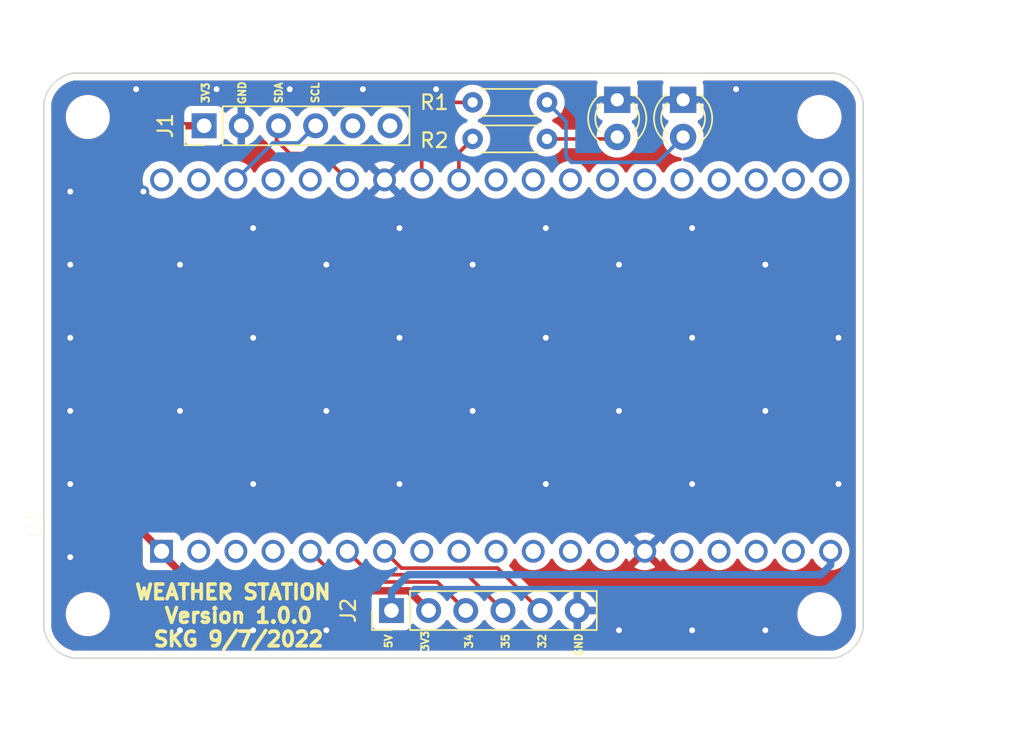
<source format=kicad_pcb>
(kicad_pcb (version 20211014) (generator pcbnew)
  (title_block (comment 4 "AISLER Project ID: EUZIEWJN"))
  (layers (0 "F.Cu" signal) (31 "B.Cu" signal) (34 "B.Paste" user) (35 "F.Paste" user) (36 "B.SilkS" user "B.Silkscreen") (37 "F.SilkS" user "F.Silkscreen") (38 "B.Mask" user) (39 "F.Mask" user) (44 "Edge.Cuts" user))
  (net 0 "")
  (net 1 "GND")
  (net 2 "Net-(D1-Pad2)")
  (net 3 "Net-(D2-Pad2)")
  (net 4 "+3.3V")
  (net 5 "/I2C_SDA")
  (net 6 "/I2C_SCL")
  (net 9 "+5V")
  (net 10 "/EXT_GPIO_34")
  (net 11 "/EXT_GPIO_35")
  (net 12 "/EXT_GPIO_32")
  (net 13 "/GREEN_LED")
  (net 14 "/RED_LED")
  (footprint "MountingHole:MountingHole_2mm" (layer "F.Cu") (at -29 -17)
    (fp_text reference "H2" hide)
    (fp_text value "MountingHole" hide)
    (pad "" np_thru_hole circle (at 0 0) (size 2 2) (drill 2) (layers *.Cu *.Mask))
  )
  (footprint "Connector_PinHeader_2.54mm:PinHeader_1x06_P2.54mm_Vertical" (layer "F.Cu") (at -8.25 16.75 90)
    (fp_text reference "J2" (at 0 -2.95 90) (layer "F.SilkS"))
    (fp_text value "Conn_01x06_Female" hide)
    (fp_line (start -1.33 1.27) (end 1.33 1.27) (layer "F.SilkS") (width 0.12))
    (fp_line (start 1.33 1.27) (end 1.33 14.03) (layer "F.SilkS") (width 0.12))
    (fp_line (start -1.33 14.03) (end 1.33 14.03) (layer "F.SilkS") (width 0.12))
    (fp_line (start -1.33 1.27) (end -1.33 14.03) (layer "F.SilkS") (width 0.12))
    (fp_line (start -1.33 0) (end -1.33 -1.33) (layer "F.SilkS") (width 0.12))
    (fp_line (start -1.33 -1.33) (end 0 -1.33) (layer "F.SilkS") (width 0.12))
    (pad "1" thru_hole rect (at 0 0 90) (size 1.7 1.7) (drill 1) (layers *.Cu *.Mask) (net 9 "+5V"))
    (pad "2" thru_hole oval (at 0 2.54 90) (size 1.7 1.7) (drill 1) (layers *.Cu *.Mask) (net 4 "+3.3V"))
    (pad "3" thru_hole oval (at 0 5.08 90) (size 1.7 1.7) (drill 1) (layers *.Cu *.Mask) (net 10 "/EXT_GPIO_34"))
    (pad "4" thru_hole oval (at 0 7.62 90) (size 1.7 1.7) (drill 1) (layers *.Cu *.Mask) (net 11 "/EXT_GPIO_35"))
    (pad "5" thru_hole oval (at 0 10.16 90) (size 1.7 1.7) (drill 1) (layers *.Cu *.Mask) (net 12 "/EXT_GPIO_32"))
    (pad "6" thru_hole oval (at 0 12.7 90) (size 1.7 1.7) (drill 1) (layers *.Cu *.Mask) (net 1 "GND"))
  )
  (footprint "MountingHole:MountingHole_2mm" (layer "F.Cu") (at -29 17)
    (fp_text reference "H3" hide)
    (fp_text value "MountingHole" hide)
    (pad "" np_thru_hole circle (at 0 0) (size 2 2) (drill 2) (layers *.Cu *.Mask))
  )
  (footprint "MountingHole:MountingHole_2mm" (layer "F.Cu") (at 21 -17)
    (fp_text reference "H4" hide)
    (fp_text value "MountingHole" hide)
    (pad "" np_thru_hole circle (at 0 0) (size 2 2) (drill 2) (layers *.Cu *.Mask))
  )
  (footprint "ESP32_DEV_KIT:MODULE_ESP32-DEVKITC-32D" (layer "F.Cu") (at -4.2 0 90)
    (fp_text reference "U1" (at -10.829175 -28.446045 90) (layer "F.SilkS") (effects (font (size 1.000386 1.000386) (thickness 0.015))))
    (fp_text value "ESP32-DEVKITC-32D" hide)
    (pad "1" thru_hole rect (at -12.7 -19.76 90) (size 1.56 1.56) (drill 1.04) (layers *.Cu *.Mask) (net 4 "+3.3V"))
    (pad "2" thru_hole circle (at -12.7 -17.22 90) (size 1.56 1.56) (drill 1.04) (layers *.Cu *.Mask))
    (pad "3" thru_hole circle (at -12.7 -14.68 90) (size 1.56 1.56) (drill 1.04) (layers *.Cu *.Mask))
    (pad "4" thru_hole circle (at -12.7 -12.14 90) (size 1.56 1.56) (drill 1.04) (layers *.Cu *.Mask))
    (pad "5" thru_hole circle (at -12.7 -9.6 90) (size 1.56 1.56) (drill 1.04) (layers *.Cu *.Mask) (net 10 "/EXT_GPIO_34"))
    (pad "6" thru_hole circle (at -12.7 -7.06 90) (size 1.56 1.56) (drill 1.04) (layers *.Cu *.Mask) (net 11 "/EXT_GPIO_35"))
    (pad "7" thru_hole circle (at -12.7 -4.52 90) (size 1.56 1.56) (drill 1.04) (layers *.Cu *.Mask) (net 12 "/EXT_GPIO_32"))
    (pad "8" thru_hole circle (at -12.7 -1.98 90) (size 1.56 1.56) (drill 1.04) (layers *.Cu *.Mask))
    (pad "9" thru_hole circle (at -12.7 0.56 90) (size 1.56 1.56) (drill 1.04) (layers *.Cu *.Mask))
    (pad "10" thru_hole circle (at -12.7 3.1 90) (size 1.56 1.56) (drill 1.04) (layers *.Cu *.Mask))
    (pad "11" thru_hole circle (at -12.7 5.64 90) (size 1.56 1.56) (drill 1.04) (layers *.Cu *.Mask))
    (pad "12" thru_hole circle (at -12.7 8.18 90) (size 1.56 1.56) (drill 1.04) (layers *.Cu *.Mask))
    (pad "13" thru_hole circle (at -12.7 10.72 90) (size 1.56 1.56) (drill 1.04) (layers *.Cu *.Mask))
    (pad "14" thru_hole circle (at -12.7 13.26 90) (size 1.56 1.56) (drill 1.04) (layers *.Cu *.Mask) (net 1 "GND"))
    (pad "15" thru_hole circle (at -12.7 15.8 90) (size 1.56 1.56) (drill 1.04) (layers *.Cu *.Mask))
    (pad "16" thru_hole circle (at -12.7 18.34 90) (size 1.56 1.56) (drill 1.04) (layers *.Cu *.Mask))
    (pad "17" thru_hole circle (at -12.7 20.88 90) (size 1.56 1.56) (drill 1.04) (layers *.Cu *.Mask))
    (pad "18" thru_hole circle (at -12.7 23.42 90) (size 1.56 1.56) (drill 1.04) (layers *.Cu *.Mask))
    (pad "19" thru_hole circle (at -12.7 25.96 90) (size 1.56 1.56) (drill 1.04) (layers *.Cu *.Mask) (net 9 "+5V"))
    (pad "20" thru_hole circle (at 12.7 -19.76 90) (size 1.56 1.56) (drill 1.04) (layers *.Cu *.Mask))
    (pad "21" thru_hole circle (at 12.7 -17.22 90) (size 1.56 1.56) (drill 1.04) (layers *.Cu *.Mask))
    (pad "22" thru_hole circle (at 12.7 -14.68 90) (size 1.56 1.56) (drill 1.04) (layers *.Cu *.Mask) (net 6 "/I2C_SCL"))
    (pad "23" thru_hole circle (at 12.7 -12.14 90) (size 1.56 1.56) (drill 1.04) (layers *.Cu *.Mask))
    (pad "24" thru_hole circle (at 12.7 -9.6 90) (size 1.56 1.56) (drill 1.04) (layers *.Cu *.Mask))
    (pad "25" thru_hole circle (at 12.7 -7.06 90) (size 1.56 1.56) (drill 1.04) (layers *.Cu *.Mask) (net 5 "/I2C_SDA"))
    (pad "26" thru_hole circle (at 12.7 -4.52 90) (size 1.56 1.56) (drill 1.04) (layers *.Cu *.Mask) (net 1 "GND"))
    (pad "27" thru_hole circle (at 12.7 -1.98 90) (size 1.56 1.56) (drill 1.04) (layers *.Cu *.Mask) (net 13 "/GREEN_LED"))
    (pad "28" thru_hole circle (at 12.7 0.56 90) (size 1.56 1.56) (drill 1.04) (layers *.Cu *.Mask) (net 14 "/RED_LED"))
    (pad "29" thru_hole circle (at 12.7 3.1 90) (size 1.56 1.56) (drill 1.04) (layers *.Cu *.Mask))
    (pad "30" thru_hole circle (at 12.7 5.64 90) (size 1.56 1.56) (drill 1.04) (layers *.Cu *.Mask))
    (pad "31" thru_hole circle (at 12.7 8.18 90) (size 1.56 1.56) (drill 1.04) (layers *.Cu *.Mask))
    (pad "32" thru_hole circle (at 12.7 10.72 90) (size 1.56 1.56) (drill 1.04) (layers *.Cu *.Mask))
    (pad "33" thru_hole circle (at 12.7 13.26 90) (size 1.56 1.56) (drill 1.04) (layers *.Cu *.Mask))
    (pad "34" thru_hole circle (at 12.7 15.8 90) (size 1.56 1.56) (drill 1.04) (layers *.Cu *.Mask))
    (pad "35" thru_hole circle (at 12.7 18.34 90) (size 1.56 1.56) (drill 1.04) (layers *.Cu *.Mask))
    (pad "36" thru_hole circle (at 12.7 20.88 90) (size 1.56 1.56) (drill 1.04) (layers *.Cu *.Mask))
    (pad "37" thru_hole circle (at 12.7 23.42 90) (size 1.56 1.56) (drill 1.04) (layers *.Cu *.Mask))
    (pad "38" thru_hole circle (at 12.7 25.96 90) (size 1.56 1.56) (drill 1.04) (layers *.Cu *.Mask))
  )
  (footprint "MountingHole:MountingHole_2mm" (layer "F.Cu") (at 21 17)
    (fp_text reference "H1" hide)
    (fp_text value "MountingHole" hide)
    (pad "" np_thru_hole circle (at 0 0) (size 2 2) (drill 2) (layers *.Cu *.Mask))
  )
  (footprint "Resistor_THT:R_Axial_DIN0204_L3.6mm_D1.6mm_P5.08mm_Horizontal" (layer "F.Cu") (at 2.38 -15.5 180)
    (fp_text reference "R2" (at 7.7 -0.1 180) (layer "F.SilkS"))
    (fp_text value "R" hide)
    (fp_line (start 0.62 -0.92) (end 4.46 -0.92) (layer "F.SilkS") (width 0.12))
    (fp_line (start 0.62 0.92) (end 4.46 0.92) (layer "F.SilkS") (width 0.12))
    (pad "1" thru_hole circle (at 0 0 180) (size 1.4 1.4) (drill 0.7) (layers *.Cu *.Mask) (net 3 "Net-(D2-Pad2)"))
    (pad "2" thru_hole oval (at 5.08 0 180) (size 1.4 1.4) (drill 0.7) (layers *.Cu *.Mask) (net 14 "/RED_LED"))
  )
  (footprint "LED_THT:LED_D3.0mm" (layer "F.Cu") (at 11.68 -18.175 -90)
    (fp_text reference "D1" hide)
    (fp_text value "LED" hide)
    (fp_line (start -0.29 1.08) (end -0.29 1.236) (layer "F.SilkS") (width 0.12))
    (fp_line (start -0.29 -1.236) (end -0.29 -1.08) (layer "F.SilkS") (width 0.12))
    (fp_arc (start 2.31113 1.079837) (mid 1.270117 1.5) (end 0.229039 1.08) (layer "F.SilkS") (width 0.12))
    (fp_arc (start 2.942335 1.078608) (mid 1.366487 1.987659) (end -0.29 1.235516) (layer "F.SilkS") (width 0.12))
    (fp_arc (start 0.229039 -1.08) (mid 1.270117 -1.5) (end 2.31113 -1.079837) (layer "F.SilkS") (width 0.12))
    (fp_arc (start -0.29 -1.235516) (mid 1.366487 -1.987659) (end 2.942335 -1.078608) (layer "F.SilkS") (width 0.12))
    (pad "1" thru_hole rect (at 0 0 270) (size 1.8 1.8) (drill 0.9) (layers *.Cu *.Mask) (net 1 "GND"))
    (pad "2" thru_hole circle (at 2.54 0 270) (size 1.8 1.8) (drill 0.9) (layers *.Cu *.Mask) (net 2 "Net-(D1-Pad2)"))
  )
  (footprint "Connector_PinHeader_2.54mm:PinHeader_1x06_P2.54mm_Vertical" (layer "F.Cu") (at -21.05 -16.4 90)
    (fp_text reference "J1" (at 0 -2.65 90) (layer "F.SilkS"))
    (fp_text value "Conn_01x06_Female" hide)
    (fp_line (start -1.33 14.03) (end 1.33 14.03) (layer "F.SilkS") (width 0.12))
    (fp_line (start -1.33 1.27) (end -1.33 14.03) (layer "F.SilkS") (width 0.12))
    (fp_line (start 1.33 1.27) (end 1.33 14.03) (layer "F.SilkS") (width 0.12))
    (fp_line (start -1.33 -1.33) (end 0 -1.33) (layer "F.SilkS") (width 0.12))
    (fp_line (start -1.33 0) (end -1.33 -1.33) (layer "F.SilkS") (width 0.12))
    (fp_line (start -1.33 1.27) (end 1.33 1.27) (layer "F.SilkS") (width 0.12))
    (pad "1" thru_hole rect (at 0 0 90) (size 1.7 1.7) (drill 1) (layers *.Cu *.Mask) (net 4 "+3.3V"))
    (pad "2" thru_hole oval (at 0 2.54 90) (size 1.7 1.7) (drill 1) (layers *.Cu *.Mask) (net 1 "GND"))
    (pad "3" thru_hole oval (at 0 5.08 90) (size 1.7 1.7) (drill 1) (layers *.Cu *.Mask) (net 5 "/I2C_SDA"))
    (pad "4" thru_hole oval (at 0 7.62 90) (size 1.7 1.7) (drill 1) (layers *.Cu *.Mask) (net 6 "/I2C_SCL"))
    (pad "5" thru_hole oval (at 0 10.16 90) (size 1.7 1.7) (drill 1) (layers *.Cu *.Mask))
    (pad "6" thru_hole oval (at 0 12.7 90) (size 1.7 1.7) (drill 1) (layers *.Cu *.Mask))
  )
  (footprint "Resistor_THT:R_Axial_DIN0204_L3.6mm_D1.6mm_P5.08mm_Horizontal" (layer "F.Cu") (at -2.7 -18)
    (fp_text reference "R1" (at -2.62 0) (layer "F.SilkS"))
    (fp_text value "R" hide)
    (fp_line (start 0.62 0.92) (end 4.46 0.92) (layer "F.SilkS") (width 0.12))
    (fp_line (start 0.62 -0.92) (end 4.46 -0.92) (layer "F.SilkS") (width 0.12))
    (pad "1" thru_hole circle (at 0 0) (size 1.4 1.4) (drill 0.7) (layers *.Cu *.Mask) (net 13 "/GREEN_LED"))
    (pad "2" thru_hole oval (at 5.08 0) (size 1.4 1.4) (drill 0.7) (layers *.Cu *.Mask) (net 2 "Net-(D1-Pad2)"))
  )
  (footprint "LED_THT:LED_D3.0mm" (layer "F.Cu") (at 7.18 -18.175 -90)
    (fp_text reference "D2" hide)
    (fp_text value "LED" hide)
    (fp_line (start -0.29 -1.236) (end -0.29 -1.08) (layer "F.SilkS") (width 0.12))
    (fp_line (start -0.29 1.08) (end -0.29 1.236) (layer "F.SilkS") (width 0.12))
    (fp_arc (start 2.31113 1.079837) (mid 1.270117 1.5) (end 0.229039 1.08) (layer "F.SilkS") (width 0.12))
    (fp_arc (start -0.29 -1.235516) (mid 1.366487 -1.987659) (end 2.942335 -1.078608) (layer "F.SilkS") (width 0.12))
    (fp_arc (start 2.942335 1.078608) (mid 1.366487 1.987659) (end -0.29 1.235516) (layer "F.SilkS") (width 0.12))
    (fp_arc (start 0.229039 -1.08) (mid 1.270117 -1.5) (end 2.31113 -1.079837) (layer "F.SilkS") (width 0.12))
    (pad "1" thru_hole rect (at 0 0 270) (size 1.8 1.8) (drill 0.9) (layers *.Cu *.Mask) (net 1 "GND"))
    (pad "2" thru_hole circle (at 2.54 0 270) (size 1.8 1.8) (drill 0.9) (layers *.Cu *.Mask) (net 3 "Net-(D2-Pad2)"))
  )
  (gr_arc (start 23.984692 17.975) (mid 23.311586 19.300386) (end 22 20) (layer "Edge.Cuts") (width 0.1))
  (gr_line (start -32 -18) (end -32 18) (layer "Edge.Cuts") (width 0.1))
  (gr_arc (start 22 -20) (mid 23.307645 -19.312886) (end 23.984693 -18) (layer "Edge.Cuts") (width 0.1))
  (gr_line (start -30 -20) (end 22 -20) (layer "Edge.Cuts") (width 0.1))
  (gr_arc (start -30 20) (mid -31.315299 19.315299) (end -32 18) (layer "Edge.Cuts") (width 0.1))
  (gr_line (start 23.984693 -18) (end 23.984693 17.975) (layer "Edge.Cuts") (width 0.1))
  (gr_line (start -30 20) (end 22 20) (layer "Edge.Cuts") (width 0.1))
  (gr_arc (start -32 -18) (mid -31.315298 -19.315298) (end -30 -20) (layer "Edge.Cuts") (width 0.1))
  (gr_text "GND" (at 4.55 19.1 90) (layer "F.SilkS") (effects (font (size 0.5 0.5) (thickness 0.125))))
  (gr_text "WEATHER STATION \nVersion 1.0.0\nSKG 9/7/2022" (at -18.7 17.1) (layer "F.SilkS") (effects (font (size 1 1) (thickness 0.25))))
  (gr_text "SCL" (at -13.45 -18.65 90) (layer "F.SilkS") (effects (font (size 0.5 0.5) (thickness 0.125))))
  (gr_text "5V" (at -8.45 18.85 90) (layer "F.SilkS") (effects (font (size 0.5 0.5) (thickness 0.125))))
  (gr_text "32" (at 2.05 18.85 90) (layer "F.SilkS") (effects (font (size 0.5 0.5) (thickness 0.125))))
  (gr_text "35" (at -0.45 18.85 90) (layer "F.SilkS") (effects (font (size 0.5 0.5) (thickness 0.125))))
  (gr_text "3V3" (at -20.95 -18.65 90) (layer "F.SilkS") (effects (font (size 0.5 0.5) (thickness 0.125))))
  (gr_text "3V3" (at -5.95 18.85 90) (layer "F.SilkS") (effects (font (size 0.5 0.5) (thickness 0.125))))
  (gr_text "34" (at -2.95 18.85 90) (layer "F.SilkS") (effects (font (size 0.5 0.5) (thickness 0.125))))
  (gr_text "GND" (at -18.45 -18.65 90) (layer "F.SilkS") (effects (font (size 0.5 0.5) (thickness 0.125))))
  (gr_text "SDA" (at -15.95 -18.65 90) (layer "F.SilkS") (effects (font (size 0.5 0.5) (thickness 0.125))))
  (via (at -30.2 -1.9) (size 0.8) (drill 0.4) (layers "F.Cu" "B.Cu") (net 1))
  (via (at -17.7 -9.4) (size 0.8) (drill 0.4) (layers "F.Cu" "B.Cu") (net 1))
  (via (at -2.7 3.1) (size 0.8) (drill 0.4) (layers "F.Cu" "B.Cu") (net 1))
  (via (at -15.2 -18.9) (size 0.8) (drill 0.4) (layers "F.Cu" "B.Cu") (net 1))
  (via (at -5.2 -18.9) (size 0.8) (drill 0.4) (layers "F.Cu" "B.Cu") (net 1))
  (via (at -7.7 8.1) (size 0.8) (drill 0.4) (layers "F.Cu" "B.Cu") (net 1))
  (via (at -30.2 -11.9) (size 0.8) (drill 0.4) (layers "F.Cu" "B.Cu") (net 1))
  (via (at 2.3 8.1) (size 0.8) (drill 0.4) (layers "F.Cu" "B.Cu") (net 1))
  (via (at -20.2 -18.9) (size 0.8) (drill 0.4) (layers "F.Cu" "B.Cu") (net 1))
  (via (at -30.2 8.1) (size 0.8) (drill 0.4) (layers "F.Cu" "B.Cu") (net 1))
  (via (at -7.7 -1.9) (size 0.8) (drill 0.4) (layers "F.Cu" "B.Cu") (net 1))
  (via (at -12.7 3.1) (size 0.8) (drill 0.4) (layers "F.Cu" "B.Cu") (net 1))
  (via (at -10.2 -18.9) (size 0.8) (drill 0.4) (layers "F.Cu" "B.Cu") (net 1))
  (via (at 17.3 3.1) (size 0.8) (drill 0.4) (layers "F.Cu" "B.Cu") (net 1))
  (via (at -22.7 18.1) (size 0.8) (drill 0.4) (layers "F.Cu" "B.Cu") (net 1))
  (via (at -17.7 18.1) (size 0.8) (drill 0.4) (layers "F.Cu" "B.Cu") (net 1))
  (via (at 7.3 -6.9) (size 0.8) (drill 0.4) (layers "F.Cu" "B.Cu") (net 1))
  (via (at -30.2 -6.9) (size 0.8) (drill 0.4) (layers "F.Cu" "B.Cu") (net 1))
  (via (at 17.3 -6.9) (size 0.8) (drill 0.4) (layers "F.Cu" "B.Cu") (net 1))
  (via (at 7.3 3.1) (size 0.8) (drill 0.4) (layers "F.Cu" "B.Cu") (net 1))
  (via (at 2.3 -1.9) (size 0.8) (drill 0.4) (layers "F.Cu" "B.Cu") (net 1))
  (via (at -22.7 3.1) (size 0.8) (drill 0.4) (layers "F.Cu" "B.Cu") (net 1))
  (via (at -30.2 3.1) (size 0.8) (drill 0.4) (layers "F.Cu" "B.Cu") (net 1))
  (via (at 12.3 18.1) (size 0.8) (drill 0.4) (layers "F.Cu" "B.Cu") (net 1))
  (via (at 22.3 -1.9) (size 0.8) (drill 0.4) (layers "F.Cu" "B.Cu") (net 1))
  (via (at -30.2 13.1) (size 0.8) (drill 0.4) (layers "F.Cu" "B.Cu") (net 1))
  (via (at -25.7 -18.9) (size 0.8) (drill 0.4) (layers "F.Cu" "B.Cu") (net 1))
  (via (at 15.3 -18.9) (size 0.8) (drill 0.4) (layers "F.Cu" "B.Cu") (net 1))
  (via (at 17.3 18.1) (size 0.8) (drill 0.4) (layers "F.Cu" "B.Cu") (net 1))
  (via (at -12.7 -6.9) (size 0.8) (drill 0.4) (layers "F.Cu" "B.Cu") (net 1))
  (via (at -2.7 -6.9) (size 0.8) (drill 0.4) (layers "F.Cu" "B.Cu") (net 1))
  (via (at -25.2 -11.9) (size 0.8) (drill 0.4) (layers "F.Cu" "B.Cu") (net 1))
  (via (at 12.3 8.1) (size 0.8) (drill 0.4) (layers "F.Cu" "B.Cu") (net 1))
  (via (at 22.3 8.1) (size 0.8) (drill 0.4) (layers "F.Cu" "B.Cu") (net 1))
  (via (at -22.7 -6.9) (size 0.8) (drill 0.4) (layers "F.Cu" "B.Cu") (net 1))
  (via (at 12.3 -1.9) (size 0.8) (drill 0.4) (layers "F.Cu" "B.Cu") (net 1))
  (via (at -12.7 18.1) (size 0.8) (drill 0.4) (layers "F.Cu" "B.Cu") (net 1))
  (via (at -17.7 -1.9) (size 0.8) (drill 0.4) (layers "F.Cu" "B.Cu") (net 1))
  (via (at -17.7 8.1) (size 0.8) (drill 0.4) (layers "F.Cu" "B.Cu") (net 1))
  (via (at 2.3 -9.4) (size 0.8) (drill 0.4) (layers "F.Cu" "B.Cu") (net 1))
  (via (at 7.3 18.1) (size 0.8) (drill 0.4) (layers "F.Cu" "B.Cu") (net 1))
  (via (at -7.7 -9.4) (size 0.8) (drill 0.4) (layers "F.Cu" "B.Cu") (net 1))
  (via (at 12.3 -9.4) (size 0.8) (drill 0.4) (layers "F.Cu" "B.Cu") (net 1))
  (segment (start 9.945 -13.9) (end 4.05 -13.9) (width 0.25) (layer "B.Cu") (net 2))
  (segment (start 11.68 -15.635) (end 9.945 -13.9) (width 0.25) (layer "B.Cu") (net 2))
  (segment (start 4.05 -13.9) (end 3.68 -14.27) (width 0.25) (layer "B.Cu") (net 2))
  (segment (start 3.68 -16.7) (end 2.38 -18) (width 0.25) (layer "B.Cu") (net 2))
  (segment (start 3.68 -14.27) (end 3.68 -16.7) (width 0.25) (layer "B.Cu") (net 2))
  (segment (start 6.7 -15.5) (end 6.835 -15.635) (width 0.25) (layer "F.Cu") (net 3))
  (segment (start 6.835 -15.635) (end 7.18 -15.635) (width 0.25) (layer "F.Cu") (net 3))
  (segment (start 2.38 -15.5) (end 6.7 -15.5) (width 0.25) (layer "F.Cu") (net 3))
  (segment (start -21.05 -16.4) (end -22.408 -16.4) (width 0.508) (layer "F.Cu") (net 4))
  (segment (start -7.06 15.4) (end -21.4 15.4) (width 0.508) (layer "F.Cu") (net 4))
  (segment (start -5.71 16.75) (end -7.06 15.4) (width 0.508) (layer "F.Cu") (net 4))
  (segment (start -26.2 10.46) (end -23.96 12.7) (width 0.508) (layer "F.Cu") (net 4))
  (segment (start -22.408 -16.4) (end -26.2 -12.608) (width 0.508) (layer "F.Cu") (net 4))
  (segment (start -21.4 15.4) (end -23.96 12.84) (width 0.508) (layer "F.Cu") (net 4))
  (segment (start -23.96 12.84) (end -23.96 12.7) (width 0.508) (layer "F.Cu") (net 4))
  (segment (start -26.2 -12.608) (end -26.2 10.46) (width 0.508) (layer "F.Cu") (net 4))
  (segment (start -16.1 -16.27) (end -15.97 -16.4) (width 0.25) (layer "F.Cu") (net 5))
  (segment (start -16.1 -15.4) (end -16.1 -16.27) (width 0.25) (layer "F.Cu") (net 5))
  (segment (start -11.26 -12.7) (end -13.06 -14.5) (width 0.25) (layer "F.Cu") (net 5))
  (segment (start -13.06 -14.5) (end -15.2 -14.5) (width 0.25) (layer "F.Cu") (net 5))
  (segment (start -15.2 -14.5) (end -16.1 -15.4) (width 0.25) (layer "F.Cu") (net 5))
  (segment (start -13.43 -16.4) (end -14.605 -15.225) (width 0.25) (layer "B.Cu") (net 6))
  (segment (start -14.605 -15.225) (end -16.355 -15.225) (width 0.25) (layer "B.Cu") (net 6))
  (segment (start -16.355 -15.225) (end -18.88 -12.7) (width 0.25) (layer "B.Cu") (net 6))
  (segment (start 21.1 14.3) (end -7.1 14.3) (width 0.508) (layer "B.Cu") (net 9))
  (segment (start 21.76 12.7) (end 21.76 13.64) (width 0.508) (layer "B.Cu") (net 9))
  (segment (start -8.25 15.45) (end -8.25 16.75) (width 0.508) (layer "B.Cu") (net 9))
  (segment (start 21.76 13.64) (end 21.1 14.3) (width 0.508) (layer "B.Cu") (net 9))
  (segment (start -7.1 14.3) (end -8.25 15.45) (width 0.508) (layer "B.Cu") (net 9))
  (segment (start -3.17 16.75) (end -5.12 14.8) (width 0.25) (layer "F.Cu") (net 10))
  (segment (start -11.7 14.8) (end -13.8 12.7) (width 0.25) (layer "F.Cu") (net 10))
  (segment (start -5.12 14.8) (end -11.7 14.8) (width 0.25) (layer "F.Cu") (net 10))
  (segment (start -0.63 16.75) (end -3.08 14.3) (width 0.25) (layer "F.Cu") (net 11))
  (segment (start -3.08 14.3) (end -9.66 14.3) (width 0.25) (layer "F.Cu") (net 11))
  (segment (start -9.66 14.3) (end -11.26 12.7) (width 0.25) (layer "F.Cu") (net 11))
  (segment (start 1.91 16.75) (end -0.99 13.85) (width 0.25) (layer "F.Cu") (net 12))
  (segment (start -7.57 13.85) (end -8.72 12.7) (width 0.25) (layer "F.Cu") (net 12))
  (segment (start -0.99 13.85) (end -7.57 13.85) (width 0.25) (layer "F.Cu") (net 12))
  (segment (start -6.18 -12.7) (end -6.18 -15.92) (width 0.25) (layer "F.Cu") (net 13))
  (segment (start -6.18 -15.92) (end -4.1 -18) (width 0.25) (layer "F.Cu") (net 13))
  (segment (start -4.1 -18) (end -2.7 -18) (width 0.25) (layer "F.Cu") (net 13))
  (segment (start -3.64 -14.56) (end -2.7 -15.5) (width 0.25) (layer "F.Cu") (net 14))
  (segment (start -3.64 -12.7) (end -3.64 -14.56) (width 0.25) (layer "F.Cu") (net 14))
  (zone (net 1) (net_name "GND") (layers F&B.Cu) (connect_pads (clearance 0.508)) (min_thickness 0.254) (fill yes (thermal_gap 0.508) (thermal_bridge_width 0.508))
    (polygon (pts (xy 35 25) (xy -35 25) (xy -35 -25) (xy 35 -25)))
  )
)
</source>
